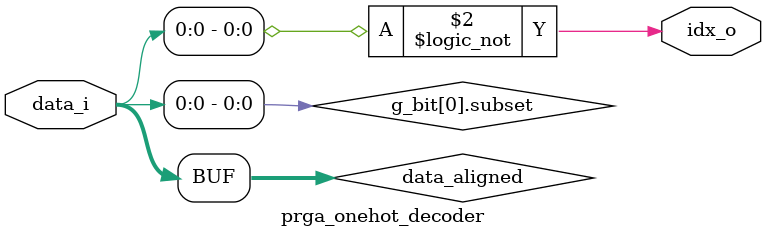
<source format=v>
`timescale 1ns/1ps
module prga_onehot_decoder (data_i, idx_o);

    parameter   INDEX_WIDTH = 1;
    parameter   DATA_WIDTH = 0;

    localparam  ALIGNED_DATA_WIDTH = 1 << INDEX_WIDTH;
    localparam  ACTUAL_DATA_WIDTH = DATA_WIDTH == 0 ? ALIGNED_DATA_WIDTH : DATA_WIDTH;

    input wire [ACTUAL_DATA_WIDTH-1:0]  data_i;
    output wire [INDEX_WIDTH-1:0]       idx_o;

    /*
    * Algorithm: trailing-zero detection
    *
    *   idx_bit     data
    *             0000_0100
    *      0       x x  x x
    *      1        xx   xx
    *      2           xxxx
    *
    *   idx_o[idx_bit] = ~|data[x]
    */

    wire [ALIGNED_DATA_WIDTH-1:0]   data_aligned;
    generate
        if (ALIGNED_DATA_WIDTH > ACTUAL_DATA_WIDTH) begin
            assign data_aligned = { { (ALIGNED_DATA_WIDTH - ACTUAL_DATA_WIDTH) {1'b0} }, data_i };
        end else begin
            assign data_aligned = data_i;
        end
    endgenerate

    genvar gv_bit, gv_bit_subset;
    generate
        for (gv_bit = 0;
            gv_bit < INDEX_WIDTH;
            gv_bit = gv_bit + 1
        ) begin: g_bit
            wire [ALIGNED_DATA_WIDTH/2-1:0] subset;
            assign idx_o[gv_bit] = ~|subset;

            for (gv_bit_subset = 0;
                gv_bit_subset < ALIGNED_DATA_WIDTH/2;
                gv_bit_subset = gv_bit_subset + (1 << gv_bit)
            ) begin: g_bit_subset
                assign subset[gv_bit_subset +: (1 << gv_bit)] =
                    data_aligned[(gv_bit_subset << 1) +: (1 << gv_bit)];
            end
        end
    endgenerate

endmodule

</source>
